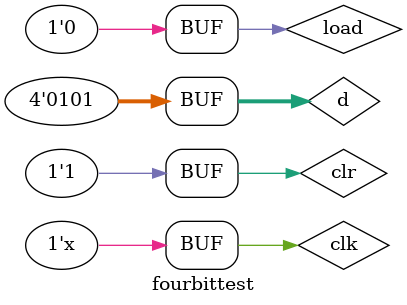
<source format=v>
`timescale 1ns / 1ps


module fourbittest;

	// Inputs
	reg [3:0] d;
	reg clr;
	reg load;
	reg clk;

	// Outputs
	wire [3:0] q;

	// Instantiate the Unit Under Test (UUT)
	fourbit_reg uut (
		.d(d), 
		.q(q), 
		.clr(clr), 
		.load(load), 
		.clk(clk)
	);
	always #10 clk=~clk;
	initial begin
		// Initialize Inputs
		d = 4;
		clr = 0;
		load = 0;
		clk = 0;

		// Wait 100 ns for global reset to finish
		#100;
		
		d = 5;
		clr = 1;
		load = 0;
		clk = 0;

		// Wait 100 ns for global reset to finish
		#100;
        
		// Add stimulus here

	end
      
endmodule


</source>
